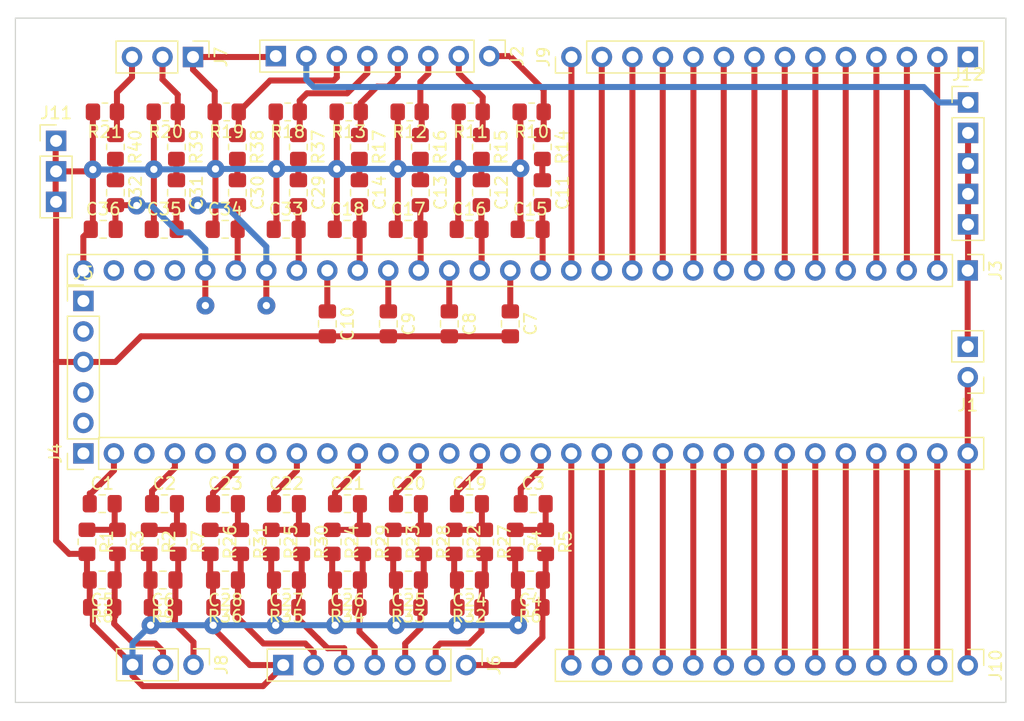
<source format=kicad_pcb>
(kicad_pcb (version 20211014) (generator pcbnew)
  (layers (0 "F.Cu" signal) (31 "B.Cu" signal) (34 "B.Paste" user) (35 "F.Paste" user) (36 "B.SilkS" user "B.Silkscreen") (37 "F.SilkS" user "F.Silkscreen") (38 "B.Mask" user) (39 "F.Mask" user) (44 "Edge.Cuts" user))
  (net 0 "")
  (net 1 "Net-(C3-Pad2)")
  (net 2 "VCC")
  (net 3 "GNDREF")
  (net 4 "Net-(C7-Pad1)")
  (net 5 "GNDA")
  (net 6 "/outFI_1+")
  (net 7 "Net-(C8-Pad1)")
  (net 8 "/outFO_1+")
  (net 9 "Net-(C9-Pad1)")
  (net 10 "Net-(C10-Pad1)")
  (net 11 "Net-(C11-Pad1)")
  (net 12 "/inFO_1")
  (net 13 "Net-(C12-Pad1)")
  (net 14 "/inFO_2")
  (net 15 "Net-(C13-Pad1)")
  (net 16 "/inFO_3")
  (net 17 "Net-(C1-Pad2)")
  (net 18 "Net-(C14-Pad1)")
  (net 19 "Net-(C2-Pad2)")
  (net 20 "/inFO_4")
  (net 23 "/outFI_8-")
  (net 24 "/outFI_8+")
  (net 25 "/outFI_7-")
  (net 26 "/outFI_7+")
  (net 27 "/outFI_6-")
  (net 28 "/outFI_6+")
  (net 29 "/outFI_5-")
  (net 30 "/outFI_5+")
  (net 31 "/outFI_4-")
  (net 32 "/outFI_4+")
  (net 33 "/outFI_3-")
  (net 34 "/outFI_3+")
  (net 35 "/outFI_2-")
  (net 36 "/outFI_2+")
  (net 37 "/outFI_1-")
  (net 42 "/outFO_8+")
  (net 43 "/outFO_7+")
  (net 44 "Net-(C19-Pad2)")
  (net 45 "Net-(C20-Pad2)")
  (net 46 "Net-(C21-Pad2)")
  (net 47 "Net-(C22-Pad2)")
  (net 48 "Net-(C23-Pad2)")
  (net 49 "/outFO_2+")
  (net 50 "/outFO_3+")
  (net 51 "/outFO_4+")
  (net 52 "/outFO_5+")
  (net 53 "/outFO_6+")
  (net 54 "Net-(C29-Pad1)")
  (net 55 "/inFO_5")
  (net 56 "Net-(C30-Pad1)")
  (net 57 "/inFO_6")
  (net 58 "Net-(C31-Pad1)")
  (net 59 "/inFO_7")
  (net 60 "Net-(C32-Pad1)")
  (net 61 "/inFO_8")
  (net 62 "/inFI_1")
  (net 63 "/inFI_2")
  (net 64 "/inFI_3")
  (net 65 "/inFI_4")
  (net 66 "/inFI_5")
  (net 67 "/inFI_6")
  (net 68 "/inFI_7")
  (net 69 "/inFI_8")
  (net 70 "Net-(J3-Pad2)")
  (net 71 "Net-(J3-Pad3)")
  (net 72 "Net-(J3-Pad4)")
  (net 73 "Net-(J3-Pad5)")
  (net 74 "Net-(J3-Pad6)")
  (net 75 "Net-(J3-Pad7)")
  (net 76 "Net-(J3-Pad8)")
  (net 77 "Net-(J3-Pad9)")
  (net 78 "Net-(J3-Pad10)")
  (net 79 "Net-(J3-Pad11)")
  (net 80 "Net-(J3-Pad12)")
  (net 81 "Net-(J3-Pad13)")
  (net 82 "Net-(J3-Pad14)")
  (net 83 "Net-(J10-Pad14)")
  (net 84 "Net-(J10-Pad13)")
  (net 85 "Net-(J10-Pad12)")
  (net 86 "Net-(J10-Pad11)")
  (net 87 "Net-(J10-Pad10)")
  (net 88 "Net-(J10-Pad9)")
  (net 89 "Net-(J10-Pad8)")
  (net 90 "Net-(J10-Pad7)")
  (net 91 "Net-(J10-Pad6)")
  (net 92 "Net-(J10-Pad5)")
  (net 93 "Net-(J10-Pad4)")
  (net 94 "Net-(J10-Pad3)")
  (net 95 "Net-(J10-Pad2)")
  (net 96 "/VEx")
  (net 97 "unconnected-(J3-Pad29)")
  (footprint "Capacitor_SMD:C_0805_2012Metric_Pad1.18x1.45mm_HandSolder" (layer "F.Cu") (at 75.554 74.592)
    (fp_text reference "C33")
    (fp_text value "2700pf")
  )
  (footprint "Capacitor_SMD:C_0805_2012Metric_Pad1.18x1.45mm_HandSolder" (layer "F.Cu") (at 89.143 82.466 -90)
    (fp_text reference "C8")
    (fp_text value "4.7u")
  )
  (footprint "Resistor_SMD:R_0805_2012Metric_Pad1.20x1.40mm_HandSolder" (layer "F.Cu") (at 80.761 64.813 180)
    (fp_text reference "R13")
    (fp_text value "100k")
  )
  (footprint "Resistor_SMD:R_0805_2012Metric_Pad1.20x1.40mm_HandSolder" (layer "F.Cu") (at 70.601 64.813 180)
    (fp_text reference "R19")
    (fp_text value "100k")
  )
  (footprint "Capacitor_SMD:C_0805_2012Metric_Pad1.18x1.45mm_HandSolder" (layer "F.Cu") (at 96.89 71.544 -90)
    (fp_text reference "C11")
    (fp_text value "10u")
  )
  (footprint "Connector_PinHeader_2.54mm:PinHeader_1x02_P2.54mm_Vertical" (layer "F.Cu") (at 132.323 86.911 180)
    (fp_text reference "J1")
    (fp_text value "Conn_01x02")
  )
  (footprint "Resistor_SMD:R_0805_2012Metric_Pad1.20x1.40mm_HandSolder" (layer "F.Cu") (at 74.3055 100.627 -90)
    (fp_text reference "R25")
    (fp_text value "10k")
  )
  (footprint "Capacitor_SMD:C_0805_2012Metric_Pad1.18x1.45mm_HandSolder" (layer "F.Cu") (at 80.634 74.592)
    (fp_text reference "C18")
    (fp_text value "2700pf")
  )
  (footprint "Connector_PinHeader_2.54mm:PinHeader_1x30_P2.54mm_Vertical" (layer "F.Cu") (at 132.318 78.021 -90)
    (fp_text reference "J3")
    (fp_text value "Conn_01x30")
  )
  (footprint "Resistor_SMD:R_0805_2012Metric_Pad1.20x1.40mm_HandSolder" (layer "F.Cu") (at 91.81 67.734 -90)
    (fp_text reference "R15")
    (fp_text value "150")
  )
  (footprint "Resistor_SMD:R_0805_2012Metric_Pad1.20x1.40mm_HandSolder" (layer "F.Cu") (at 96.89 67.734 -90)
    (fp_text reference "R14")
    (fp_text value "150")
  )
  (footprint "Resistor_SMD:R_0805_2012Metric_Pad1.20x1.40mm_HandSolder" (layer "F.Cu") (at 75.681 64.813 180)
    (fp_text reference "R18")
    (fp_text value "100k")
  )
  (footprint "Connector_PinHeader_2.54mm:PinHeader_1x14_P2.54mm_Vertical" (layer "F.Cu") (at 132.323 110.914 -90)
    (fp_text reference "J10")
    (fp_text value "Conn_01x14")
  )
  (footprint "Capacitor_SMD:C_0805_2012Metric_Pad1.18x1.45mm_HandSolder" (layer "F.Cu") (at 95.874 74.592)
    (fp_text reference "C15")
    (fp_text value "2700pf")
  )
  (footprint "Resistor_SMD:R_0805_2012Metric_Pad1.20x1.40mm_HandSolder" (layer "F.Cu") (at 95.8955 106.088 180)
    (fp_text reference "R6")
    (fp_text value "R")
  )
  (footprint "Resistor_SMD:R_0805_2012Metric_Pad1.20x1.40mm_HandSolder" (layer "F.Cu") (at 66.41 67.734 -90)
    (fp_text reference "R39")
    (fp_text value "150")
  )
  (footprint "Capacitor_SMD:C_0805_2012Metric_Pad1.18x1.45mm_HandSolder" (layer "F.Cu") (at 86.73 71.544 -90)
    (fp_text reference "C13")
    (fp_text value "10u")
  )
  (footprint "Resistor_SMD:R_0805_2012Metric_Pad1.20x1.40mm_HandSolder" (layer "F.Cu") (at 65.2885 106.088 180)
    (fp_text reference "R9")
    (fp_text value "R")
  )
  (footprint "Resistor_SMD:R_0805_2012Metric_Pad1.20x1.40mm_HandSolder" (layer "F.Cu") (at 81.9255 100.627 -90)
    (fp_text reference "R29")
    (fp_text value "560")
  )
  (footprint "Resistor_SMD:R_0805_2012Metric_Pad1.20x1.40mm_HandSolder" (layer "F.Cu") (at 97.1655 100.627 -90)
    (fp_text reference "R5")
    (fp_text value "560")
  )
  (footprint "Resistor_SMD:R_0805_2012Metric_Pad1.20x1.40mm_HandSolder" (layer "F.Cu") (at 90.921 64.813 180)
    (fp_text reference "R11")
    (fp_text value "100k")
  )
  (footprint "Capacitor_SMD:C_0805_2012Metric_Pad1.18x1.45mm_HandSolder" (layer "F.Cu") (at 80.6555 103.802 180)
    (fp_text reference "C26")
    (fp_text value "CAP")
  )
  (footprint "Capacitor_SMD:C_0805_2012Metric_Pad1.18x1.45mm_HandSolder" (layer "F.Cu") (at 65.2885 103.802 180)
    (fp_text reference "C6")
    (fp_text value "CAP")
  )
  (footprint "Resistor_SMD:R_0805_2012Metric_Pad1.20x1.40mm_HandSolder" (layer "F.Cu") (at 76.57 67.734 -90)
    (fp_text reference "R37")
    (fp_text value "150")
  )
  (footprint "Capacitor_SMD:C_0805_2012Metric_Pad1.18x1.45mm_HandSolder" (layer "F.Cu") (at 65.4155 97.452)
    (fp_text reference "C2")
    (fp_text value "3.3u")
  )
  (footprint "Connector_PinHeader_2.54mm:PinHeader_1x03_P2.54mm_Vertical" (layer "F.Cu") (at 67.8324 110.8632 -90)
    (fp_text reference "J8")
    (fp_text value "Conn_01x03")
  )
  (footprint "Connector_PinHeader_2.54mm:PinHeader_1x14_P2.54mm_Vertical" (layer "F.Cu") (at 99.313 60.241 90)
    (fp_text reference "J9")
    (fp_text value "Conn_01x14")
  )
  (footprint "Capacitor_SMD:C_0805_2012Metric_Pad1.18x1.45mm_HandSolder" (layer "F.Cu") (at 94.223 82.466 -90)
    (fp_text reference "C7")
    (fp_text value "4.7u")
  )
  (footprint "Resistor_SMD:R_0805_2012Metric_Pad1.20x1.40mm_HandSolder" (layer "F.Cu") (at 71.49 67.734 -90)
    (fp_text reference "R38")
    (fp_text value "150")
  )
  (footprint "Capacitor_SMD:C_0805_2012Metric_Pad1.18x1.45mm_HandSolder" (layer "F.Cu") (at 80.6555 97.452)
    (fp_text reference "C21")
    (fp_text value "3.3u")
  )
  (footprint "Capacitor_SMD:C_0805_2012Metric_Pad1.18x1.45mm_HandSolder" (layer "F.Cu") (at 85.714 74.592)
    (fp_text reference "C17")
    (fp_text value "2700pf")
  )
  (footprint "Capacitor_SMD:C_0805_2012Metric_Pad1.18x1.45mm_HandSolder" (layer "F.Cu") (at 91.81 71.544 -90)
    (fp_text reference "C12")
    (fp_text value "10u")
  )
  (footprint "Resistor_SMD:R_0805_2012Metric_Pad1.20x1.40mm_HandSolder" (layer "F.Cu") (at 76.8455 100.627 -90)
    (fp_text reference "R30")
    (fp_text value "560")
  )
  (footprint "Capacitor_SMD:C_0805_2012Metric_Pad1.18x1.45mm_HandSolder" (layer "F.Cu") (at 84.063 82.466 -90)
    (fp_text reference "C9")
    (fp_text value "4.7u")
  )
  (footprint "Resistor_SMD:R_0805_2012Metric_Pad1.20x1.40mm_HandSolder" (layer "F.Cu") (at 70.4955 106.088 180)
    (fp_text reference "R36")
    (fp_text value "R")
  )
  (footprint "Resistor_SMD:R_0805_2012Metric_Pad1.20x1.40mm_HandSolder" (layer "F.Cu") (at 94.6255 100.627 -90)
    (fp_text reference "R4")
    (fp_text value "10k")
  )
  (footprint "Capacitor_SMD:C_0805_2012Metric_Pad1.18x1.45mm_HandSolder" (layer "F.Cu") (at 90.8155 97.452)
    (fp_text reference "C19")
    (fp_text value "3.3u")
  )
  (footprint "Capacitor_SMD:C_0805_2012Metric_Pad1.18x1.45mm_HandSolder" (layer "F.Cu") (at 70.4955 103.802 180)
    (fp_text reference "C28")
    (fp_text value "CAP")
  )
  (footprint "Resistor_SMD:R_0805_2012Metric_Pad1.20x1.40mm_HandSolder" (layer "F.Cu") (at 60.457 64.813 180)
    (fp_text reference "R21")
    (fp_text value "100k")
  )
  (footprint "Capacitor_SMD:C_0805_2012Metric_Pad1.18x1.45mm_HandSolder" (layer "F.Cu") (at 61.33 71.544 -90)
    (fp_text reference "C32")
    (fp_text value "10u")
  )
  (footprint "Capacitor_SMD:C_0805_2012Metric_Pad1.18x1.45mm_HandSolder" (layer "F.Cu") (at 85.7355 103.802 180)
    (fp_text reference "C25")
    (fp_text value "CAP")
  )
  (footprint "Resistor_SMD:R_0805_2012Metric_Pad1.20x1.40mm_HandSolder" (layer "F.Cu") (at 87.0055 100.627 -90)
    (fp_text reference "R28")
    (fp_text value "560")
  )
  (footprint "Capacitor_SMD:C_0805_2012Metric_Pad1.18x1.45mm_HandSolder" (layer "F.Cu") (at 71.49 71.544 -90)
    (fp_text reference "C30")
    (fp_text value "10u")
  )
  (footprint "Capacitor_SMD:C_0805_2012Metric_Pad1.18x1.45mm_HandSolder" (layer "F.Cu") (at 90.8155 103.802 180)
    (fp_text reference "C24")
    (fp_text value "CAP")
  )
  (footprint "Connector_PinHeader_2.54mm:PinHeader_1x07_P2.54mm_Vertical" (layer "F.Cu") (at 90.545 110.888 -90)
    (fp_text reference "J6")
    (fp_text value "Conn_01x07")
  )
  (footprint "Connector_PinHeader_2.54mm:PinHeader_1x03_P2.54mm_Vertical" (layer "F.Cu") (at 67.792 60.241 -90)
    (fp_text reference "J7")
    (fp_text value "Conn_01x03")
  )
  (footprint "Connector_PinHeader_2.54mm:PinHeader_1x05_P2.54mm_Vertical" (layer "F.Cu") (at 132.3484 64.0256)
    (fp_text reference "J12")
    (fp_text value "Conn_01x05")
  )
  (footprint "Capacitor_SMD:C_0805_2012Metric_Pad1.18x1.45mm_HandSolder" (layer "F.Cu") (at 60.2284 97.4465)
    (fp_text reference "C1")
    (fp_text value "3.3u")
  )
  (footprint "Resistor_SMD:R_0805_2012Metric_Pad1.20x1.40mm_HandSolder" (layer "F.Cu") (at 85.7355 106.088 180)
    (fp_text reference "R33")
    (fp_text value "R")
  )
  (footprint "Capacitor_SMD:C_0805_2012Metric_Pad1.18x1.45mm_HandSolder" (layer "F.Cu") (at 76.57 71.544 -90)
    (fp_text reference "C29")
    (fp_text value "10u")
  )
  (footprint "Resistor_SMD:R_0805_2012Metric_Pad1.20x1.40mm_HandSolder" (layer "F.Cu") (at 64.1455 100.627 -90)
    (fp_text reference "R2")
    (fp_text value "10k")
  )
  (footprint "Resistor_SMD:R_0805_2012Metric_Pad1.20x1.40mm_HandSolder" (layer "F.Cu") (at 86.73 67.734 -90)
    (fp_text reference "R16")
    (fp_text value "150")
  )
  (footprint "Resistor_SMD:R_0805_2012Metric_Pad1.20x1.40mm_HandSolder" (layer "F.Cu") (at 61.33 67.734 -90)
    (fp_text reference "R40")
    (fp_text value "150")
  )
  (footprint "Capacitor_SMD:C_0805_2012Metric_Pad1.18x1.45mm_HandSolder" (layer "F.Cu") (at 60.314 74.592)
    (fp_text reference "C36")
    (fp_text value "2700pf")
  )
  (footprint "Resistor_SMD:R_0805_2012Metric_Pad1.20x1.40mm_HandSolder" (layer "F.Cu") (at 85.841 64.813 180)
    (fp_text reference "R12")
    (fp_text value "100k")
  )
  (footprint "Capacitor_SMD:C_0805_2012Metric_Pad1.18x1.45mm_HandSolder" (layer "F.Cu") (at 70.4955 97.452)
    (fp_text reference "C23")
    (fp_text value "3.3u")
  )
  (footprint "Resistor_SMD:R_0805_2012Metric_Pad1.20x1.40mm_HandSolder" (layer "F.Cu") (at 92.0855 100.627 -90)
    (fp_text reference "R27")
    (fp_text value "560")
  )
  (footprint "Capacitor_SMD:C_0805_2012Metric_Pad1.18x1.45mm_HandSolder" (layer "F.Cu") (at 70.474 74.592)
    (fp_text reference "C34")
    (fp_text value "2700pf")
  )
  (footprint "Resistor_SMD:R_0805_2012Metric_Pad1.20x1.40mm_HandSolder" (layer "F.Cu") (at 80.6555 106.088 180)
    (fp_text reference "R34")
    (fp_text value "R")
  )
  (footprint "Capacitor_SMD:C_0805_2012Metric_Pad1.18x1.45mm_HandSolder" (layer "F.Cu") (at 85.7355 97.452)
    (fp_text reference "C20")
    (fp_text value "3.3u")
  )
  (footprint "Resistor_SMD:R_0805_2012Metric_Pad1.20x1.40mm_HandSolder" (layer "F.Cu") (at 84.4655 100.627 -90)
    (fp_text reference "R23")
    (fp_text value "10k")
  )
  (footprint "Capacitor_SMD:C_0805_2012Metric_Pad1.18x1.45mm_HandSolder" (layer "F.Cu") (at 95.8955 103.802 180)
    (fp_text reference "C4")
    (fp_text value "CAP")
  )
  (footprint "Connector_PinHeader_2.54mm:PinHeader_1x03_P2.54mm_Vertical" (layer "F.Cu") (at 56.388 67.226)
    (fp_text reference "J11")
    (fp_text value "Conn_01x03")
  )
  (footprint "Resistor_SMD:R_0805_2012Metric_Pad1.20x1.40mm_HandSolder" (layer "F.Cu") (at 79.3855 100.627 -90)
    (fp_text reference "R24")
    (fp_text value "10k")
  )
  (footprint "Capacitor_SMD:C_0805_2012Metric_Pad1.18x1.45mm_HandSolder" (layer "F.Cu") (at 90.794 74.592)
    (fp_text reference "C16")
    (fp_text value "2700pf")
  )
  (footprint "Capacitor_SMD:C_0805_2012Metric_Pad1.18x1.45mm_HandSolder" (layer "F.Cu") (at 66.41 71.544 -90)
    (fp_text reference "C31")
    (fp_text value "10u")
  )
  (footprint "Connector_PinHeader_2.54mm:PinHeader_1x05_P2.54mm_Vertical" (layer "F.Cu") (at 58.663 80.561)
    (fp_text reference "J5")
    (fp_text value "Conn_01x05")
  )
  (footprint "Resistor_SMD:R_0805_2012Metric_Pad1.20x1.40mm_HandSolder" (layer "F.Cu") (at 71.7655 100.627 -90)
    (fp_text reference "R31")
    (fp_text value "560")
  )
  (footprint "Resistor_SMD:R_0805_2012Metric_Pad1.20x1.40mm_HandSolder" (layer "F.Cu") (at 90.8155 106.088 180)
    (fp_text reference "R32")
    (fp_text value "R")
  )
  (footprint "Capacitor_SMD:C_0805_2012Metric_Pad1.18x1.45mm_HandSolder" (layer "F.Cu") (at 65.394 74.592)
    (fp_text reference "C35")
    (fp_text value "2700pf")
  )
  (footprint "Capacitor_SMD:C_0805_2012Metric_Pad1.18x1.45mm_HandSolder" (layer "F.Cu") (at 60.2284 103.7965 180)
    (fp_text reference "C5")
    (fp_text value "CAP")
  )
  (footprint "Resistor_SMD:R_0805_2012Metric_Pad1.20x1.40mm_HandSolder" (layer "F.Cu") (at 89.5455 100.627 -90)
    (fp_text reference "R22")
    (fp_text value "10k")
  )
  (footprint "Capacitor_SMD:C_0805_2012Metric_Pad1.18x1.45mm_HandSolder" (layer "F.Cu") (at 78.983 82.466 -90)
    (fp_text reference "C10")
    (fp_text value "4.7u")
  )
  (footprint "Capacitor_SMD:C_0805_2012Metric_Pad1.18x1.45mm_HandSolder" (layer "F.Cu") (at 96.128 97.452)
    (fp_text reference "C3")
    (fp_text value "3.3u")
  )
  (footprint "Capacitor_SMD:C_0805_2012Metric_Pad1.18x1.45mm_HandSolder" (layer "F.Cu") (at 75.5755 103.802 180)
    (fp_text reference "C27")
    (fp_text value "CAP")
  )
  (footprint "Connector_PinHeader_2.54mm:PinHeader_1x08_P2.54mm_Vertical" (layer "F.Cu") (at 92.4704 60.1648 -90)
    (fp_text reference "J2")
    (fp_text value "Conn_01x08")
  )
  (footprint "Resistor_SMD:R_0805_2012Metric_Pad1.20x1.40mm_HandSolder" (layer "F.Cu") (at 96.001 64.813 180)
    (fp_text reference "R10")
    (fp_text value "100k")
  )
  (footprint "Resistor_SMD:R_0805_2012Metric_Pad1.20x1.40mm_HandSolder" (layer "F.Cu") (at 81.65 67.734 -90)
    (fp_text reference "R17")
    (fp_text value "150")
  )
  (footprint "Resistor_SMD:R_0805_2012Metric_Pad1.20x1.40mm_HandSolder" (layer "F.Cu") (at 61.4984 100.6215 -90)
    (fp_text reference "R3")
    (fp_text value "560")
  )
  (footprint "Resistor_SMD:R_0805_2012Metric_Pad1.20x1.40mm_HandSolder" (layer "F.Cu") (at 58.9584 100.6215 -90)
    (fp_text reference "R1")
    (fp_text value "10k")
  )
  (footprint "Resistor_SMD:R_0805_2012Metric_Pad1.20x1.40mm_HandSolder" (layer "F.Cu") (at 65.521 64.813 180)
    (fp_text reference "R20")
    (fp_text value "100k")
  )
  (footprint "Resistor_SMD:R_0805_2012Metric_Pad1.20x1.40mm_HandSolder" (layer "F.Cu") (at 75.5755 106.088 180)
    (fp_text reference "R35")
    (fp_text value "R")
  )
  (footprint "Capacitor_SMD:C_0805_2012Metric_Pad1.18x1.45mm_HandSolder" (layer "F.Cu") (at 81.65 71.544 -90)
    (fp_text reference "C14")
    (fp_text value "10u")
  )
  (footprint "Capacitor_SMD:C_0805_2012Metric_Pad1.18x1.45mm_HandSolder" (layer "F.Cu") (at 75.5755 97.452)
    (fp_text reference "C22")
    (fp_text value "3.3u")
  )
  (footprint "Resistor_SMD:R_0805_2012Metric_Pad1.20x1.40mm_HandSolder" (layer "F.Cu") (at 69.2255 100.627 -90)
    (fp_text reference "R26")
    (fp_text value "10k")
  )
  (footprint "Resistor_SMD:R_0805_2012Metric_Pad1.20x1.40mm_HandSolder" (layer "F.Cu") (at 66.5585 100.627 -90)
    (fp_text reference "R7")
    (fp_text value "560")
  )
  (footprint "Connector_PinHeader_2.54mm:PinHeader_1x30_P2.54mm_Vertical" (layer "F.Cu") (at 58.663 93.261 90)
    (fp_text reference "J4")
    (fp_text value "Conn_01x30")
  )
  (footprint "Resistor_SMD:R_0805_2012Metric_Pad1.20x1.40mm_HandSolder" (layer "F.Cu") (at 60.2284 106.0825 180)
    (fp_text reference "R8")
    (fp_text value "R")
  )
  (gr_line (start 53 57) (end 135.5 57) (layer "Edge.Cuts") (width 0.1))
  (gr_line (start 135.5 114) (end 53 114) (layer "Edge.Cuts") (width 0.1))
  (gr_line (start 53 114) (end 53 57) (layer "Edge.Cuts") (width 0.1))
  (gr_line (start 135.5 57) (end 135.5 114) (layer "Edge.Cuts") (width 0.1))
  (segment (start 97.1655 99.627) (end 94.6255 99.627) (width 0.5) (layer "F.Cu") (net 1))
  (segment (start 97.1655 97.452) (end 97.1655 99.627) (width 0.5) (layer "F.Cu") (net 1))
  (segment (start 132.323 93.261) (end 132.323 110.914) (width 0.5) (layer "F.Cu") (net 2))
  (segment (start 132.323 86.911) (end 132.323 93.261) (width 0.5) (layer "F.Cu") (net 2))
  (segment (start 132.318 84.366) (end 132.323 84.371) (width 0.5) (layer "F.Cu") (net 3))
  (segment (start 132.3484 66.5656) (end 132.3484 69.1056) (width 0.5) (layer "F.Cu") (net 3))
  (segment (start 132.318 78.021) (end 132.318 84.366) (width 0.5) (layer "F.Cu") (net 3))
  (segment (start 132.3484 74.1856) (end 132.3484 77.9906) (width 0.5) (layer "F.Cu") (net 3))
  (segment (start 132.3484 77.9906) (end 132.318 78.021) (width 0.5) (layer "F.Cu") (net 3))
  (segment (start 132.3484 69.1056) (end 132.3484 71.6456) (width 0.5) (layer "F.Cu") (net 3))
  (segment (start 132.3484 71.6456) (end 132.3484 74.1856) (width 0.5) (layer "F.Cu") (net 3))
  (segment (start 94.218 81.4235) (end 94.223 81.4285) (width 0.5) (layer "F.Cu") (net 4))
  (segment (start 94.218 78.021) (end 94.218 81.4235) (width 0.5) (layer "F.Cu") (net 4))
  (segment (start 64.1455 101.627) (end 64.1455 103.6965) (width 0.5) (layer "F.Cu") (net 5))
  (segment (start 59.0655 101.627) (end 57.4786 101.627) (width 0.5) (layer "F.Cu") (net 5))
  (segment (start 74.3055 103.5695) (end 74.538 103.802) (width 0.5) (layer "F.Cu") (net 5))
  (segment (start 67.792 60.241) (end 67.792 61.2928) (width 0.5) (layer "F.Cu") (net 5))
  (segment (start 74.3055 101.627) (end 74.3055 103.5695) (width 0.5) (layer "F.Cu") (net 5))
  (segment (start 64.251 106.0505) (end 64.2885 106.088) (width 0.5) (layer "F.Cu") (net 5))
  (segment (start 89.8796 64.8544) (end 89.921 64.813) (width 0.5) (layer "F.Cu") (net 5))
  (segment (start 57.4786 101.627) (end 56.388 100.5364) (width 0.5) (layer "F.Cu") (net 5))
  (segment (start 89.8796 74.4689) (end 89.7565 74.592) (width 0.5) (layer "F.Cu") (net 5))
  (segment (start 94.6255 103.5695) (end 94.858 103.802) (width 0.5) (layer "F.Cu") (net 5))
  (segment (start 62.7524 110.8632) (end 59.4504 107.5612) (width 0.5) (layer "F.Cu") (net 5))
  (segment (start 56.3516 67.226) (end 56.3516 69.766) (width 0.5) (layer "F.Cu") (net 5))
  (segment (start 56.3516 72.306) (end 56.3516 69.766) (width 0.5) (layer "F.Cu") (net 5))
  (segment (start 58.658 78.021) (end 58.658 75.2105) (width 0.5) (layer "F.Cu") (net 5))
  (segment (start 75.305 110.888) (end 72.5308 110.888) (width 0.5) (layer "F.Cu") (net 5))
  (segment (start 79.618 106.0505) (end 79.6555 106.088) (width 0.5) (layer "F.Cu") (net 5))
  (segment (start 69.458 107.8152) (end 69.458 107.177) (width 0.5) (layer "F.Cu") (net 5))
  (segment (start 79.618 103.802) (end 79.618 106.0505) (width 0.5) (layer "F.Cu") (net 5))
  (segment (start 74.7412 64.8732) (end 74.681 64.813) (width 0.5) (layer "F.Cu") (net 5))
  (segment (start 84.709 107.569) (end 84.709 106.1145) (width 0.5) (layer "F.Cu") (net 5))
  (segment (start 67.792 60.241) (end 74.6142 60.241) (width 0.5) (layer "F.Cu") (net 5))
  (segment (start 84.8504 64.8224) (end 84.841 64.813) (width 0.5) (layer "F.Cu") (net 5))
  (segment (start 69.458 106.0505) (end 69.4955 106.088) (width 0.5) (layer "F.Cu") (net 5))
  (segment (start 56.431 85.641) (end 56.388 85.598) (width 0.5) (layer "F.Cu") (net 5))
  (segment (start 72.5308 110.888) (end 69.458 107.8152) (width 0.5) (layer "F.Cu") (net 5))
  (segment (start 69.2255 101.627) (end 69.2255 103.5695) (width 0.5) (layer "F.Cu") (net 5))
  (segment (start 63.4675 83.5035) (end 61.33 85.641) (width 0.5) (layer "F.Cu") (net 5))
  (segment (start 64.251 103.802) (end 64.251 106.0505) (width 0.5) (layer "F.Cu") (net 5))
  (segment (start 94.869 107.569) (end 94.869 106.1145) (width 0.5) (layer "F.Cu") (net 5))
  (segment (start 59.4504 69.6136) (end 59.4504 64.8196) (width 0.5) (layer "F.Cu") (net 5))
  (segment (start 67.792 61.2928) (end 69.601 63.1018) (width 0.5) (layer "F.Cu") (net 5))
  (segment (start 59.1909 103.7965) (end 59.1909 106.045) (width 0.5) (layer "F.Cu") (net 5))
  (segment (start 74.676 107.569) (end 74.676 106.1885) (width 0.5) (layer "F.Cu") (net 5))
  (segment (start 79.7704 69.5628) (end 79.7704 64.8224) (width 0.5) (layer "F.Cu") (net 5))
  (segment (start 84.8504 69.5628) (end 84.8504 64.8224) (width 0.5) (layer "F.Cu") (net 5))
  (segment (start 69.458 107.177) (end 69.458 106.1255) (width 0.5) (layer "F.Cu") (net 5))
  (segment (start 59.3433 106.1974) (end 59.2284 106.0825) (width 0.5) (layer "F.Cu") (net 5))
  (segment (start 79.3855 103.5695) (end 79.618 103.802) (width 0.5) (layer "F.Cu") (net 5))
  (segment (start 84.8504 69.5628) (end 84.8504 74.4181) (width 0.5) (layer "F.Cu") (net 5))
  (segment (start 59.298 69.766) (end 59.4504 69.6136) (width 0.5) (layer "F.Cu") (net 5))
  (segment (start 79.7704 74.4181) (end 79.5965 74.592) (width 0.5) (layer "F.Cu") (net 5))
  (segment (start 95.0612 69.512) (end 95.0612 64.8732) (width 0.5) (layer "F.Cu") (net 5))
  (segment (start 74.676 106.1885) (end 74.5755 106.088) (width 0.5) (layer "F.Cu") (net 5))
  (segment (start 64.1455 103.6965) (end 64.251 103.802) (width 0.5) (layer "F.Cu") (net 5))
  (segment (start 95.0612 74.3673) (end 94.8365 74.592) (width 0.5) (layer "F.Cu") (net 5))
  (segment (start 74.538 106.0505) (end 74.5755 106.088) (width 0.5) (layer "F.Cu") (net 5))
  (segment (start 58.9584 103.564) (end 59.1909 103.7965) (width 0.5) (layer "F.Cu") (net 5))
  (segment (start 89.8796 69.559797) (end 89.8796 64.8544) (width 0.5) (layer "F.Cu") (net 5))
  (segment (start 69.6612 64.8732) (end 69.601 64.813) (width 0.5) (layer "F.Cu") (net 5))
  (segment (start 89.143 83.5035) (end 84.063 83.5035) (width 0.5) (layer "F.Cu") (net 5))
  (segment (start 94.858 106.0505) (end 94.8955 106.088) (width 0.5) (layer "F.Cu") (net 5))
  (segment (start 56.388 69.766) (end 59.298 69.766) (width 0.5) (layer "F.Cu") (net 5))
  (segment (start 58.658 75.2105) (end 59.2765 74.592) (width 0.5) (layer "F.Cu") (net 5))
  (segment (start 79.629 107.569) (end 79.629 106.1145) (width 0.5) (layer "F.Cu") (net 5))
  (segment (start 84.8504 74.4181) (end 84.6765 74.592) (width 0.5) (layer "F.Cu") (net 5))
  (segment (start 84.709 106.1145) (end 84.7355 106.088) (width 0.5) (layer "F.Cu") (net 5))
  (segment (start 59.4504 64.8196) (end 59.457 64.813) (width 0.5) (layer "F.Cu") (net 5))
  (segment (start 95.0612 64.8732) (end 95.001 64.813) (width 0.5) (layer "F.Cu") (net 5))
  (segment (start 89.778 106.0505) (end 89.8155 106.088) (width 0.5) (layer "F.Cu") (net 5))
  (segment (start 94.8447 106.1388) (end 94.8955 106.088) (width 0.5) (layer "F.Cu") (net 5))
  (segment (start 89.789 106.1145) (end 89.8155 106.088) (width 0.5) (layer "F.Cu") (net 5))
  (segment (start 89.778 103.802) (end 89.778 106.0505) (width 0.5) (layer "F.Cu") (net 5))
  (segment (start 64.5304 69.59748) (end 64.5304 74.4181) (width 0.5) (layer "F.Cu") (net 5))
  (segment (start 59.4504 107.5612) (end 59.4504 106.2029) (width 0.5) (layer "F.Cu") (net 5))
  (segment (start 79.629 106.1145) (end 79.6555 106.088) (width 0.5) (layer "F.Cu") (net 5))
  (segment (start 89.5455 103.5695) (end 89.778 103.802) (width 0.5) (layer "F.Cu") (net 5))
  (segment (start 74.538 103.802) (end 74.538 106.0505) (width 0.5) (layer "F.Cu") (net 5))
  (segment (start 69.458 106.1255) (end 69.4955 106.088) (width 0.5) (layer "F.Cu") (net 5))
  (segment (start 79.3855 101.627) (end 79.3855 103.5695) (width 0.5) (layer "F.Cu") (net 5))
  (segment (start 69.4447 106.1388) (end 69.4955 106.088) (width 0.5) (layer "F.Cu") (net 5))
  (segment (start 64.5304 64.8224) (end 64.521 64.813) (width 0.5) (layer "F.Cu") (net 5))
  (segment (start 74.7412 74.3673) (end 74.5165 74.592) (width 0.5) (layer "F.Cu") (net 5))
  (segment (start 94.6255 101.627) (end 94.6255 103.5695) (width 0.5) (layer "F.Cu") (net 5))
  (segment (start 69.6612 74.3673) (end 69.4365 74.592) (width 0.5) (layer "F.Cu") (net 5))
  (segment (start 79.7704 69.5628) (end 79.7704 74.4181) (width 0.5) (layer "F.Cu") (net 5))
  (segment (start 73.6236 112.6412) (end 75.305 110.9598) (width 0.5) (layer "F.Cu") (net 5))
  (segment (start 64.262 106.1145) (end 64.2885 106.088) (width 0.5) (layer "F.Cu") (net 5))
  (segment (start 56.388 100.5364) (end 56.388 85.598) (width 0.5) (layer "F.Cu") (net 5))
  (segment (start 84.698 103.802) (end 84.698 106.0505) (width 0.5) (layer "F.Cu") (net 5))
  (segment (start 58.663 85.641) (end 56.431 85.641) (width 0.5) (layer "F.Cu") (net 5))
  (segment (start 78.983 83.5035) (end 63.4675 83.5035) (width 0.5) (layer "F.Cu") (net 5))
  (segment (start 61.33 85.641) (end 58.663 85.641) (width 0.5) (layer "F.Cu") (net 5))
  (segment (start 74.7412 69.5628) (end 74.7412 64.8732) (width 0.5) (layer "F.Cu") (net 5))
  (segment (start 62.7524 110.8632) (end 62.7524 111.7776) (width 0.5) (layer "F.Cu") (net 5))
  (segment (start 89.8796 69.559797) (end 89.8796 74.4689) (width 0.5) (layer "F.Cu") (net 5))
  (segment (start 89.789 107.569) (end 89.789 106.1145) (width 0.5) (layer "F.Cu") (net 5))
  (segment (start 59.1909 106.045) (end 59.2284 106.0825) (width 0.5) (layer "F.Cu") (net 5))
  (segment (start 74.7412 69.5628) (end 74.7412 74.3673) (width 0.5) (layer "F.Cu") (net 5))
  (segment (start 75.305 110.9598) (end 75.305 110.888) (width 0.5) (layer "F.Cu") (net 5))
  (segment (start 69.601 63.1018) (end 69.601 64.813) (width 0.5) (layer "F.Cu") (net 5))
  (segment (start 84.4655 103.5695) (end 84.698 103.802) (width 0.5) (layer "F.Cu") (net 5))
  (segment (start 59.4504 74.4181) (end 59.2765 74.592) (width 0.5) (layer "F.Cu") (net 5))
  (segment (start 62.7524 111.7776) (end 63.616 112.6412) (width 0.5) (layer "F.Cu") (net 5))
  (segment (start 74.6142 60.241) (end 74.6904 60.1648) (width 0.5) (layer "F.Cu") (net 5))
  (segment (start 94.869 106.1145) (end 94.8955 106.088) (width 0.5) (layer "F.Cu") (net 5))
  (segment (start 94.223 83.5035) (end 89.143 83.5035) (width 0.5) (layer "F.Cu") (net 5))
  (segment (start 69.458 103.802) (end 69.458 106.0505) (width 0.5) (layer "F.Cu") (net 5))
  (segment (start 79.7704 64.8224) (end 79.761 64.813) (width 0.5) (layer "F.Cu") (net 5))
  (segment (start 89.5455 101.627) (end 89.5455 103.5695) (width 0.5) (layer "F.Cu") (net 5))
  (segment (start 84.063 83.5035) (end 78.983 83.5035) (width 0.5) (layer "F.Cu") (net 5))
  (segment (start 63.616 112.6412) (end 73.6236 112.6412) (width 0.5) (layer "F.Cu") (net 5))
  (segment (start 69.6612 69.5628) (end 69.6612 74.3673) (width 0.5) (layer "F.Cu") (net 5))
  (segment (start 84.698 106.0505) (end 84.7355 106.088) (width 0.5) (layer "F.Cu") (net 5))
  (segment (start 69.2255 103.5695) (end 69.458 103.802) (width 0.5) (layer "F.Cu") (net 5))
  (segment (start 64.5304 74.4181) (end 64.3565 74.592) (width 0.5) (layer "F.Cu") (net 5))
  (segment (start 84.4655 101.627) (end 84.4655 103.5695) (width 0.5) (layer "F.Cu") (net 5))
  (segment (start 64.5304 69.59748) (end 64.5304 64.8224) (width 0.5) (layer "F.Cu") (net 5))
  (segment (start 69.6612 69.5628) (end 69.6612 64.8732) (width 0.5) (layer "F.Cu") (net 5))
  (segment (start 64.262 107.569) (end 64.262 106.1145) (width 0.5) (layer "F.Cu") (net 5))
  (segment (start 69.85 107.569) (end 69.458 107.177) (width 0.5) (layer "F.Cu") (net 5))
  (segment (start 94.858 103.802) (end 94.858 106.0505) (width 0.5) (layer "F.Cu") (net 5))
  (segment (start 58.9584 101.6215) (end 58.9584 103.564) (width 0.5) (layer "F.Cu") (net 5))
  (segment (start 59.4504 69.6136) (end 59.4504 74.4181) (width 0.5) (layer "F.Cu") (net 5))
  (segment (start 56.388 85.598) (end 56.388 72.306) (width 0.5) (layer "F.Cu") (net 5))
  (segment (start 95.0612 69.512) (end 95.0612 74.3673) (width 0.5) (layer "F.Cu") (net 5))
  (via (at 69.469 107.569) (size 1.5) (drill 0.6) (layers "F.Cu" "B.Cu") (net 5))
  (via (at 84.8504 69.5628) (size 1.5) (drill 0.6) (layers "F.Cu" "B.Cu") (net 5))
  (via (at 89.789 107.569) (size 1.5) (drill 0.6) (layers "F.Cu" "B.Cu") (net 5))
  (via (at 69.6612 69.5628) (size 1.5) (drill 0.6) (layers "F.Cu" "B.Cu") (net 5))
  (via (at 79.629 107.569) (size 1.5) (drill 0.6) (layers "F.Cu" "B.Cu") (net 5))
  (via (at 94.869 107.569) (size 1.5) (drill 0.6) (layers "F.Cu" "B.Cu") (net 5))
  (via (at 84.709 107.569) (size 1.5) (drill 0.6) (layers "F.Cu" "B.Cu") (net 5))
  (via (at 64.262 107.569) (size 1.5) (drill 0.6) (layers "F.Cu" "B.Cu") (net 5))
  (via (at 74.7412 69.5628) (size 1.5) (drill 0.6) (layers "F.Cu" "B.Cu") (net 5))
  (via (at 74.676 107.569) (size 1.5) (drill 0.6) (layers "F.Cu" "B.Cu") (net 5))
  (via (at 79.7704 69.5628) (size 1.5) (drill 0.6) (layers "F.Cu" "B.Cu") (net 5))
  (via (at 89.8796 69.559797) (size 1.5) (drill 0.6) (layers "F.Cu" "B.Cu") (net 5))
  (via (at 95.0612 69.512) (size 1.5) (drill 0.6) (layers "F.Cu" "B.Cu") (net 5))
  (via (at 64.5304 69.59748) (size 1.5) (drill 0.6) (layers "F.Cu" "B.Cu") (net 5))
  (via (at 59.4504 69.6136) (size 1.5) (drill 0.6) (layers "F.Cu" "B.Cu") (net 5))
  (segment (start 74.676 107.569) (end 79.629 107.569) (width 0.5) (layer "B.Cu") (net 5))
  (segment (start 89.8796 69.559797) (end 95.013403 69.559797) (width 0.5) (layer "B.Cu") (net 5))
  (segment (start 62.7524 109.0786) (end 64.262 107.569) (width 0.5) (layer "B.Cu") (net 5))
  (segment (start 64.51428 69.6136) (end 64.5304 69.59748) (width 0.5) (layer "B.Cu") (net 5))
  (segment (start 69.62652 69.59748) (end 69.6612 69.5628) (width 0.5) (layer "B.Cu") (net 5))
  (segment (start 64.5304 69.59748) (end 69.62652 69.59748) (width 0.5) (layer "B.Cu") (net 5))
  (segment (start 64.262 107.569) (end 69.469 107.569) (width 0.5) (layer "B.Cu") (net 5))
  (segment (start 74.7412 69.5628) (end 79.7704 69.5628) (width 0.5) (layer "B.Cu") (net 5))
  (segment (start 62.7524 110.8632) (end 62.7524 109.0786) (width 0.5) (layer "B.Cu") (net 5))
  (segment (start 95.013403 69.559797) (end 95.0612 69.512) (width 0.5) (layer "B.Cu") (net 5))
  (segment (start 74.676 107.569) (end 69.469 107.569) (width 0.5) (layer "B.Cu") (net 5))
  (segment (start 69.6612 69.5628) (end 74.7412 69.5628) (width 0.5) (layer "B.Cu") (net 5))
  (segment (start 89.789 107.569) (end 94.869 107.569) (width 0.5) (layer "B.Cu") (net 5))
  (segment (start 59.4504 69.6136) (end 64.51428 69.6136) (width 0.5) (layer "B.Cu") (net 5))
  (segment (start 84.709 107.569) (end 89.789 107.569) (width 0.5) (layer "B.Cu") (net 5))
  (segment (start 84.8504 69.5628) (end 89.876597 69.5628) (width 0.5) (layer "B.Cu") (net 5))
  (segment (start 79.629 107.569) (end 84.709 107.569) (width 0.5) (layer "B.Cu") (net 5))
  (segment (start 79.7704 69.5628) (end 84.8504 69.5628) (width 0.5) (layer "B.Cu") (net 5))
  (segment (start 89.876597 69.5628) (end 89.8796 69.559797) (width 0.5) (layer "B.Cu") (net 5))
  (segment (start 95.0905 96.2035) (end 95.0905 97.452) (width 0.5) (layer "F.Cu") (net 6))
  (segment (start 96.763 94.531) (end 95.0905 96.2035) (width 0.5) (layer "F.Cu") (net 6))
  (segment (start 96.763 93.261) (end 96.763 94.531) (width 0.5) (layer "F.Cu") (net 6))
  (segment (start 89.138 81.4235) (end 89.143 81.4285) (width 0.5) (layer "F.Cu") (net 7))
  (segment (start 89.138 78.021) (end 89.138 81.4235) (width 0.5) (layer "F.Cu") (net 7))
  (segment (start 96.933 106.0505) (end 96.8955 106.088) (width 0.5) (layer "F.Cu") (net 8))
  (segment (start 94.598 110.888) (end 90.545 110.888) (width 0.5) (layer "F.Cu") (net 8))
  (segment (start 96.8955 108.5905) (end 94.598 110.888) (width 0.5) (layer "F.Cu") (net 8))
  (segment (start 97.1655 101.627) (end 97.1655 103.5695) (width 0.5) (layer "F.Cu") (net 8))
  (segment (start 97.1655 103.5695) (end 96.933 103.802) (width 0.5) (layer "F.Cu") (net 8))
  (segment (start 96.933 103.802) (end 96.933 106.0505) (width 0.5) (layer "F.Cu") (net 8))
  (segment (start 96.8955 106.088) (end 96.8955 108.5905) (width 0.5) (layer "F.Cu") (net 8))
  (segment (start 84.058 78.021) (end 84.058 81.4235) (width 0.5) (layer "F.Cu") (net 9))
  (segment (start 84.058 81.4235) (end 84.063 81.4285) (width 0.5) (layer "F.Cu") (net 9))
  (segment (start 78.978 81.4235) (end 78.983 81.4285) (width 0.5) (layer "F.Cu") (net 10))
  (segment (start 78.978 78.021) (end 78.978 81.4235) (width 0.5) (layer "F.Cu") (net 10))
  (segment (start 96.89 68.734) (end 96.89 70.5065) (width 0.5) (layer "F.Cu") (net 11))
  (segment (start 96.89 72.5815) (end 96.89 74.5705) (width 0.5) (layer "F.Cu") (net 12))
  (segment (start 96.89 74.5705) (end 96.9115 74.592) (width 0.5) (layer "F.Cu") (net 12))
  (segment (start 96.9115 77.8675) (end 96.758 78.021) (width 0.5) (layer "F.Cu") (net 12))
  (segment (start 96.9115 74.592) (end 96.9115 77.8675) (width 0.5) (layer "F.Cu") (net 12))
  (segment (start 91.81 68.734) (end 91.81 70.5065) (width 0.5) (layer "F.Cu") (net 13))
  (segment (start 91.8315 77.8675) (end 91.678 78.021) (width 0.5) (layer "F.Cu") (net 14))
  (segment (start 91.81 72.5815) (end 91.81 74.5705) (width 0.5) (layer "F.Cu") (net 14))
  (segment (start 91.81 74.5705) (end 91.8315 74.592) (width 0.5) (layer "F.Cu") (net 14))
  (segment (start 91.8315 74.592) (end 91.8315 77.8675) (width 0.5) (layer "F.Cu") (net 14))
  (segment (start 86.73 68.734) (end 86.73 70.5065) (width 0.5) (layer "F.Cu") (net 15))
  (segment (start 86.73 74.5705) (end 86.7515 74.592) (width 0.5) (layer "F.Cu") (net 16))
  (segment (start 86.7515 77.8675) (end 86.598 78.021) (width 0.5) (layer "F.Cu") (net 16))
  (segment (start 86.7515 74.592) (end 86.7515 77.8675) (width 0.5) (layer "F.Cu") (net 16))
  (segment (start 86.73 72.5815) (end 86.73 74.5705) (width 0.5) (layer "F.Cu") (net 16))
  (segment (start 61.4984 99.6215) (end 58.9584 99.6215) (width 0.5) (layer "F.Cu") (net 17))
  (segment (start 61.2659 97.4465) (end 61.2659 99.389) (width 0.5) (layer "F.Cu") (net 17))
  (segment (start 61.2659 99.389) (end 61.4984 99.6215) (width 0.5) (layer "F.Cu") (net 17))
  (segment (start 81.65 68.734) (end 81.65 70.5065) (width 0.5) (layer "F.Cu") (net 18))
  (segment (start 66.453 99.5215) (end 66.5585 99.627) (width 0.5) (layer "F.Cu") (net 19))
  (segment (start 66.453 97.452) (end 66.453 99.5215) (width 0.5) (layer "F.Cu") (net 19))
  (segment (start 66.5585 99.627) (end 64.1455 99.627) (width 0.5) (layer "F.Cu") (net 19))
  (segment (start 81.6715 77.8675) (end 81.518 78.021) (width 0.5) (layer "F.Cu") (net 20))
  (segment (start 81.6715 74.592) (end 81.6715 77.8675) (width 0.5) (layer "F.Cu") (net 20))
  (segment (start 81.65 74.5705) (end 81.6715 74.592) (width 0.5) (layer "F.Cu") (net 20))
  (segment (start 81.65 72.5815) (end 81.65 74.5705) (width 0.5) (layer "F.Cu") (net 20))
  (segment (start 61.203 93.261) (end 61.203 94.6834) (width 0.5) (layer "F.Cu") (net 24))
  (segment (start 59.1909 96.5829) (end 59.1909 97.4465) (width 0.5) (layer "F.Cu") (net 24))
  (segment (start 61.203 94.6834) (end 59.298 96.5884) (width 0.5) (layer "F.Cu") (net 24))
  (segment (start 66.283 94.4802) (end 64.378 96.3852) (width 0.5) (layer "F.Cu") (net 26))
  (segment (start 66.283 93.261) (end 66.283 94.4802) (width 0.5) (layer "F.Cu") (net 26))
  (segment (start 64.378 96.3852) (end 64.378 97.452) (width 0.5) (layer "F.Cu") (net 26))
  (segment (start 71.363 94.6326) (end 69.458 96.5376) (width 0.5) (layer "F.Cu") (net 28))
  (segment (start 71.363 93.261) (end 71.363 94.6326) (width 0.5) (layer "F.Cu") (net 28))
  (segment (start 69.458 96.5376) (end 69.458 97.452) (width 0.5) (layer "F.Cu") (net 28))
  (segment (start 76.443 94.6834) (end 74.538 96.5884) (width 0.5) (layer "F.Cu") (net 30))
  (segment (start 76.443 93.261) (end 76.443 94.6834) (width 0.5) (layer "F.Cu") (net 30))
  (segment (start 74.538 96.5884) (end 74.538 97.452) (width 0.5) (layer "F.Cu") (net 30))
  (segment (start 79.618 96.5376) (end 79.618 97.452) (width 0.5) (layer "F.Cu") (net 32))
  (segment (start 81.523 93.261) (end 81.523 94.6326) (width 0.5) (layer "F.Cu") (net 32))
  (segment (start 81.523 94.6326) (end 79.618 96.5376) (width 0.5) (layer "F.Cu") (net 32))
  (segment (start 86.603 94.6326) (end 84.698 96.5376) (width 0.5) (layer "F.Cu") (net 34))
  (segment (start 84.698 96.5376) (end 84.698 97.452) (width 0.5) (layer "F.Cu") (net 34))
  (segment (start 86.603 93.261) (end 86.603 94.6326) (width 0.5) (layer "F.Cu") (net 34))
  (segment (start 89.778 96.436) (end 89.778 97.452) (width 0.5) (layer "F.Cu") (net 36))
  (segment (start 91.683 93.261) (end 91.683 94.531) (width 0.5) (layer "F.Cu") (net 36))
  (segment (start 91.683 94.531) (end 89.778 96.436) (width 0.5) (layer "F.Cu") (net 36))
  (segment (start 61.2659 106.045) (end 61.2284 106.0825) (width 0.5) (layer "F.Cu") (net 42))
  (segment (start 61.4984 101.6215) (end 61.4984 103.564) (width 0.5) (layer "F.Cu") (net 42))
  (segment (start 65.2924 109.7424) (end 64.643 109.093) (width 0.5) (layer "F.Cu") (net 42))
  (segment (start 64.643 109.093) (end 62.865 109.093) (width 0.5) (layer "F.Cu") (net 42))
  (segment (start 62.865 109.093) (end 61.2284 107.4564) (width 0.5) (layer "F.Cu") (net 42))
  (segment (start 61.2659 103.7965) (end 61.2659 106.045) (width 0.5) (layer "F.Cu") (net 42))
  (segment (start 61.3355 106.5507) (end 61.3355 106.8015) (width 0.5) (layer "F.Cu") (net 42))
  (segment (start 61.4984 103.564) (end 61.2659 103.7965) (width 0.5) (layer "F.Cu") (net 42))
  (segment (start 65.2924 110.8632) (end 65.2924 109.7424) (width 0.5) (layer "F.Cu") (net 42))
  (segment (start 61.2284 107.4564) (end 61.2284 106.0825) (width 0.5) (layer "F.Cu") (net 42))
  (segment (start 66.5585 103.5695) (end 66.326 103.802) (width 0.5) (layer "F.Cu") (net 43))
  (segment (start 66.5585 101.627) (end 66.5585 103.5695) (width 0.5) (layer "F.Cu") (net 43))
  (segment (start 66.2885 106.088) (end 66.2885 107.4397) (width 0.5) (layer "F.Cu") (net 43))
  (segment (start 66.326 106.0505) (end 66.2885 106.088) (width 0.5) (layer "F.Cu") (net 43))
  (segment (start 66.2885 107.4397) (end 67.8324 108.9836) (width 0.5) (layer "F.Cu") (net 43))
  (segment (start 67.8324 108.9836) (end 67.8324 110.8632) (width 0.5) (layer "F.Cu") (net 43))
  (segment (start 66.326 103.802) (end 66.326 106.0505) (width 0.5) (layer "F.Cu") (net 43))
  (segment (start 91.853 99.3945) (end 92.0855 99.627) (width 0.5) (layer "F.Cu") (net 44))
  (segment (start 92.0855 99.627) (end 89.5455 99.627) (width 0.5) (layer "F.Cu") (net 44))
  (segment (start 91.853 97.452) (end 91.853 99.3945) (width 0.5) (layer "F.Cu") (net 44))
  (segment (start 86.773 99.3945) (end 87.0055 99.627) (width 0.5) (layer "F.Cu") (net 45))
  (segment (start 86.773 97.452) (end 86.773 99.3945) (width 0.5) (layer "F.Cu") (net 45))
  (segment (start 87.0055 99.627) (end 84.4655 99.627) (width 0.5) (layer "F.Cu") (net 45))
  (segment (start 81.9255 99.627) (end 79.3855 99.627) (width 0.5) (layer "F.Cu") (net 46))
  (segment (start 81.693 99.3945) (end 81.9255 99.627) (width 0.5) (layer "F.Cu") (net 46))
  (segment (start 81.693 97.452) (end 81.693 99.3945) (width 0.5) (layer "F.Cu") (net 46))
  (segment (start 76.613 99.3945) (end 76.8455 99.627) (width 0.5) (layer "F.Cu") (net 47))
  (segment (start 76.613 97.452) (end 76.613 99.3945) (width 0.5) (layer "F.Cu") (net 47))
  (segment (start 76.8455 99.627) (end 74.3055 99.627) (width 0.5) (layer "F.Cu") (net 47))
  (segment (start 71.7655 99.627) (end 69.2255 99.627) (width 0.5) (layer "F.Cu") (net 48))
  (segment (start 71.533 99.3945) (end 71.7655 99.627) (width 0.5) (layer "F.Cu") (net 48))
  (segment (start 71.533 97.452) (end 71.533 99.3945) (width 0.5) (layer "F.Cu") (net 48))
  (segment (start 92.0855 101.627) (end 92.0855 103.5695) (width 0.5) (layer "F.Cu") (net 49))
  (segment (start 91.853 106.0505) (end 91.8155 106.088) (width 0.5) (layer "F.Cu") (net 49))
  (segment (start 91.8155 106.088) (end 91.8155 108.0825) (width 0.5) (layer "F.Cu") (net 49))
  (segment (start 88.005 109.4866) (end 88.005 110.888) (width 0.5) (layer "F.Cu") (net 49))
  (segment (start 88.3986 109.093) (end 88.005 109.4866) (width 0.5) (layer "F.Cu") (net 49))
  (segment (start 91.8155 108.0825) (end 90.805 109.093) (width 0.5) (layer "F.Cu") (net 49))
  (segment (start 90.805 109.093) (end 88.3986 109.093) (width 0.5) (layer "F.Cu") (net 49))
  (segment (start 91.853 103.802) (end 91.853 106.0505) (width 0.5) (layer "F.Cu") (net 49))
  (segment (start 92.0855 103.5695) (end 91.853 103.802) (width 0.5) (layer "F.Cu") (net 49))
  (segment (start 86.773 106.0505) (end 86.7355 106.088) (width 0.5) (layer "F.Cu") (net 50))
  (segment (start 86.7355 107.8285) (end 85.7278 108.8362) (width 0.5) (layer "F.Cu") (net 50))
  (segment (start 86.7355 106.088) (end 86.7355 107.8285) (width 0.5) (layer "F.Cu") (net 50))
  (segment (start 85.465 109.099) (end 85.465 110.888) (width 0.5) (layer "F.Cu") (net 50))
  (segment (start 85.725 108.839) (end 85.465 109.099) (width 0.5) (layer "F.Cu") (net 50))
  (segment (start 87.0055 101.627) (end 87.0055 103.5695) (width 0.5) (layer "F.Cu") (net 50))
  (segment (start 87.0055 103.5695) (end 86.773 103.802) (width 0.5) (layer "F.Cu") (net 50))
  (segment (start 86.773 103.802) (end 86.773 106.0505) (width 0.5) (layer "F.Cu") (net 50))
  (segment (start 82.925 109.395) (end 82.925 110.888) (width 0.5) (layer "F.Cu") (net 51))
  (segment (start 81.9255 101.627) (end 81.9255 103.5695) (width 0.5) (layer "F.Cu") (net 51))
  (segment (start 81.9255 103.5695) (end 81.693 103.802) (width 0.5) (layer "F.Cu") (net 51))
  (segment (start 81.693 106.0505) (end 81.6555 106.088) (width 0.5) (layer "F.Cu") (net 51))
  (segment (start 81.693 103.802) (end 81.693 106.0505) (width 0.5) (layer "F.Cu") (net 51))
  (segment (start 81.6555 106.088) (end 81.6555 108.1255) (width 0.5) (layer "F.Cu") (net 51))
  (segment (start 81.6555 108.1255) (end 82.925 109.395) (width 0.5) (layer "F.Cu") (net 51))
  (segment (start 80.385 109.4866) (end 80.385 110.888) (width 0.5) (layer "F.Cu") (net 52))
  (segment (start 76.5755 106.088) (end 76.5755 107.0587) (width 0.5) (layer "F.Cu") (net 52))
  (segment (start 76.5755 107.0587) (end 78.1956 108.6788) (width 0.5) (layer "F.Cu") (net 52))
  (segment (start 76.8455 101.627) (end 76.8455 103.5695) (width 0.5) (layer "F.Cu") (net 52))
  (segment (start 78.1956 108.6788) (end 78.1988 108.6788) (width 0.5) (layer "F.Cu") (net 52))
  (segment (start 79.0066 109.4866) (end 80.385 109.4866) (width 0.5) (layer "F.Cu") (net 52))
  (segment (start 78.1988 108.6788) (end 79.0066 109.4866) (width 0.5) (layer "F.Cu") (net 52))
  (segment (start 76.613 106.0505) (end 76.5755 106.088) (width 0.5) (layer "F.Cu") (net 52))
  (segment (start 76.613 103.802) (end 76.613 106.0505) (width 0.5) (layer "F.Cu") (net 52))
  (segment (start 76.8455 103.5695) (end 76.613 103.802) (width 0.5) (layer "F.Cu") (net 52))
  (segment (start 77.845 109.8014) (end 77.845 110.888) (width 0.5) (layer "F.Cu") (net 53))
  (segment (start 73.66 109.093) (end 77.1366 109.093) (width 0.5) (layer "F.Cu") (net 53))
  (segment (start 71.533 103.802) (end 71.533 106.0505) (width 0.5) (layer "F.Cu") (net 53))
  (segment (start 71.533 106.0505) (end 71.4955 106.088) (width 0.5) (layer "F.Cu") (net 53))
  (segment (start 77.1366 109.093) (end 77.845 109.8014) (width 0.5) (layer "F.Cu") (net 53))
  (segment (start 71.4955 106.088) (end 71.4955 106.9285) (width 0.5) (layer "F.Cu") (net 53))
  (segment (start 71.4955 106.9285) (end 73.66 109.093) (width 0.5) (layer "F.Cu") (net 53))
  (segment (start 71.7655 101.627) (end 71.7655 103.5695) (width 0.5) (layer "F.Cu") (net 53))
  (segment (start 71.7655 103.5695) (end 71.533 103.802) (width 0.5) (layer "F.Cu") (net 53))
  (segment (start 76.57 68.734) (end 76.57 70.5065) (width 0.5) (layer "F.Cu") (net 54))
  (segment (start 76.5915 74.592) (end 76.5915 77.8675) (width 0.5) (layer "F.Cu") (net 55))
  (segment (start 76.57 72.5815) (end 76.57 74.5705) (width 0.5) (layer "F.Cu") (net 55))
  (segment (start 76.5915 77.8675) (end 76.438 78.021) (width 0.5) (layer "F.Cu") (net 55))
  (segment (start 76.57 74.5705) (end 76.5915 74.592) (width 0.5) (layer "F.Cu") (net 55))
  (segment (start 71.49 68.734) (end 71.49 70.5065) (width 0.5) (layer "F.Cu") (net 56))
  (segment (start 71.5115 77.8675) (end 71.358 78.021) (width 0.5) (layer "F.Cu") (net 57))
  (segment (start 71.5115 74.592) (end 71.5115 77.8675) (width 0.5) (layer "F.Cu") (net 57))
  (segment (start 71.49 72.5815) (end 71.49 74.5705) (width 0.5) (layer "F.Cu") (net 57))
  (segment (start 71.49 74.5705) (end 71.5115 74.592) (width 0.5) (layer "F.Cu") (net 57))
  (segment (start 66.41 68.734) (end 66.41 70.5065) (width 0.5) (layer "F.Cu") (net 58))
  (segment (start 66.41 74.5705) (end 66.4315 74.592) (width 0.5) (layer "F.Cu") (net 59))
  (segment (start 73.898 80.937) (end 73.903 80.942) (width 0.5) (layer "F.Cu") (net 59))
  (segment (start 73.898 78.021) (end 73.898 80.937) (width 0.5) (layer "F.Cu") (net 59))
  (segment (start 66.41 72.5815) (end 66.41 74.5705) (width 0.5) (layer "F.Cu") (net 59))
  (via (at 68.188 72.6108) (size 1.5) (drill 0.6) (layers "F.Cu" "B.Cu") (net 59))
  (via (at 73.903 80.942) (size 1.5) (drill 0.6) (layers "F.Cu" "B.Cu") (net 59))
  (segment (start 73.898 76.0348) (end 73.898 78.021) (width 0.5) (layer "B.Cu") (net 59))
  (segment (start 70.474 72.6108) (end 73.898 76.0348) (width 0.5) (layer "B.Cu") (net 59))
  (segment (start 68.188 72.6108) (end 70.474 72.6108) (width 0.5) (layer "B.Cu") (net 59))
  (segment (start 61.33 68.734) (end 61.33 70.5065) (width 0.5) (layer "F.Cu") (net 60))
  (segment (start 68.818 78.021) (end 68.818 80.937) (width 0.5) (layer "F.Cu") (net 61))
  (segment (start 68.818 80.937) (end 68.823 80.942) (width 0.5) (layer "F.Cu") (net 61))
  (segment (start 63.0787 72.5815) (end 63.108 72.6108) (width 0.5) (layer "F.Cu") (net 61))
  (segment (start 61.33 72.5815) (end 63.0787 72.5815) (width 0.5) (layer "F.Cu") (net 61))
  (segment (start 61.33 74.5705) (end 61.3515 74.592) (width 0.5) (layer "F.Cu") (net 61))
  (segment (start 61.33 72.5815) (end 61.33 74.5705) (width 0.5) (layer "F.Cu") (net 61))
  (via (at 63.108 72.6108) (size 1.5) (drill 0.6) (layers "F.Cu" "B.Cu") (net 61))
  (via (at 68.823 80.942) (size 1.5) (drill 0.6) (layers "F.Cu" "B.Cu") (net 61))
  (segment (start 67.426 74.846) (end 68.818 76.238) (width 0.5) (layer "B.Cu") (net 61))
  (segment (start 63.108 72.6108) (end 64.3272 72.6108) (width 0.5) (layer "B.Cu") (net 61))
  (segment (start 64.3272 72.6108) (end 66.5624 74.846) (width 0.5) (layer "B.Cu") (net 61))
  (segment (start 66.5624 74.846) (end 67.426 74.846) (width 0.5) (layer "B.Cu") (net 61))
  (segment (start 68.818 76.238) (end 68.818 78.021) (width 0.5) (layer "B.Cu") (net 61))
  (segment (start 97.001 62.9682) (end 94.1976 60.1648) (width 0.5) (layer "F.Cu") (net 62))
  (segment (start 94.1976 60.1648) (end 92.4704 60.1648) (width 0.5) (layer "F.Cu") (net 62))
  (segment (start 97.001 64.813) (end 97.001 62.9682) (width 0.5) (layer "F.Cu") (net 62))
  (segment (start 97.001 64.813) (end 97.001 66.623) (width 0.5) (layer "F.Cu") (net 62))
  (segment (start 97.001 66.623) (end 96.89 66.734) (width 0.5) (layer "F.Cu") (net 62))
  (segment (start 91.921 66.623) (end 91.81 66.734) (width 0.5) (layer "F.Cu") (net 63))
  (segment (start 91.921 64.813) (end 91.921 66.623) (width 0.5) (layer "F.Cu") (net 63))
  (segment (start 89.9304 60.1648) (end 89.9304 61.5872) (width 0.5) (layer "F.Cu") (net 63))
  (segment (start 89.9304 61.5872) (end 91.921 63.5778) (width 0.5) (layer "F.Cu") (net 63))
  (segment (start 91.921 63.5778) (end 91.921 64.813) (width 0.5) (layer "F.Cu") (net 63))
  (segment (start 86.841 64.813) (end 86.841 66.623) (width 0.5) (layer "F.Cu") (net 64))
  (segment (start 87.3904 61.638) (end 86.73 62.2984) (width 0.5) (layer "F.Cu") (net 64))
  (segment (start 87.3904 60.1648) (end 87.3904 61.638) (width 0.5) (layer "F.Cu") (net 64))
  (segment (start 86.841 66.623) (end 86.73 66.734) (width 0.5) (layer "F.Cu") (net 64))
  (segment (start 86.73 62.2984) (end 86.73 64.702) (width 0.5) (layer "F.Cu") (net 64))
  (segment (start 86.73 64.702) (end 86.841 64.813) (width 0.5) (layer "F.Cu") (net 64))
  (segment (start 83.1232 62.7048) (end 81.761 64.067) (width 0.5) (layer "F.Cu") (net 65))
  (segment (start 81.761 66.623) (end 81.65 66.734) (width 0.5) (layer "F.Cu") (net 65))
  (segment (start 81.761 64.067) (end 81.761 64.813) (width 0.5) (layer "F.Cu") (net 65))
  (segment (start 81.761 64.813) (end 81.761 66.623) (width 0.5) (layer "F.Cu") (net 65))
  (segment (start 84.8504 60.1648) (end 84.8504 61.892) (width 0.5) (layer "F.Cu") (net 65))
  (segment (start 84.0376 62.7048) (end 83.1232 62.7048) (width 0.5) (layer "F.Cu") (net 65))
  (segment (start 84.8504 61.892) (end 84.0376 62.7048) (width 0.5) (layer "F.Cu") (net 65))
  (segment (start 76.681 63.8638) (end 76.681 64.813) (width 0.5) (layer "F.Cu") (net 66))
  (segment (start 80.634 63.2636) (end 77.2812 63.2636) (width 0.5) (layer "F.Cu") (net 66))
  (segment (start 82.3104 61.5872) (end 80.634 63.2636) (width 0.5) (layer "F.Cu") (net 66))
  (segment (start 76.681 64.813) (end 76.681 66.623) (width 0.5) (layer "F.Cu") (net 66))
  (segment (start 77.2812 63.2636) (end 76.681 63.8638) (width 0.5) (layer "F.Cu") (net 66))
  (segment (start 82.3104 60.1648) (end 82.3104 61.5872) (width 0.5) (layer "F.Cu") (net 66))
  (segment (start 76.681 66.623) (end 76.57 66.734) (width 0.5) (layer "F.Cu") (net 66))
  (segment (start 71.601 64.813) (end 71.601 66.623) (width 0.5) (layer "F.Cu") (net 67))
  (segment (start 79.5164 62.1968) (end 74.2172 62.1968) (width 0.5) (layer "F.Cu") (net 67))
  (segment (start 74.2172 62.1968) (end 71.601 64.813) (width 0.5) (layer "F.Cu") (net 67))
  (segment (start 79.7704 60.1648) (end 79.7704 61.9428) (width 0.5) (layer "F.Cu") (net 67))
  (segment (start 79.7704 61.9428) (end 79.5164 62.1968) (width 0.5) (layer "F.Cu") (net 67))
  (segment (start 71.601 66.623) (end 71.49 66.734) (width 0.5) (layer "F.Cu") (net 67))
  (segment (start 65.252 62.0848) (end 65.252 60.241) (width 0.5) (layer "F.Cu") (net 68))
  (segment (start 65.2416 62.0952) (end 65.252 62.0848) (width 0.5) (layer "F.Cu") (net 68))
  (segment (start 66.521 64.813) (end 66.521 63.3746) (width 0.5) (layer "F.Cu") (net 68))
  (segment (start 66.521 63.3746) (end 65.2416 62.0952) (width 0.5) (layer "F.Cu") (net 68))
  (segment (start 66.521 66.623) (end 66.41 66.734) (width 0.5) (layer "F.Cu") (net 68))
  (segment (start 66.521 64.813) (end 66.521 66.623) (width 0.5) (layer "F.Cu") (net 68))
  (segment (start 61.457 63.1874) (end 62.712 61.9324) (width 0.5) (layer "F.Cu") (net 69))
  (segment (start 62.712 61.9324) (end 62.712 60.241) (width 0.5) (layer "F.Cu") (net 69))
  (segment (start 61.457 64.813) (end 61.457 63.1874) (width 0.5) (layer "F.Cu") (net 69))
  (segment (start 61.457 64.813) (end 61.457 66.607) (width 0.5) (layer "F.Cu") (net 69))
  (segment (start 61.457 66.607) (end 61.33 66.734) (width 0.5) (layer "F.Cu") (net 69))
  (segment (start 129.778 60.627) (end 129.778 78.021) (width 0.5) (layer "F.Cu") (net 70))
  (segment (start 129.793 60.241) (end 129.793 60.378) (width 0.5) (layer "F.Cu") (net 70))
  (segment (start 129.91 60.495) (end 129.778 60.627) (width 0.5) (layer "F.Cu") (net 70))
  (segment (start 129.793 60.378) (end 129.91 60.495) (width 0.5) (layer "F.Cu") (net 70))
  (segment (start 127.253 78.006) (end 127.238 78.021) (width 0.5) (layer "F.Cu") (net 71))
  (segment (start 127.253 60.241) (end 127.253 78.006) (width 0.5) (layer "F.Cu") (net 71))
  (segment (start 124.713 60.241) (end 124.713 78.006) (width 0.5) (layer "F.Cu") (net 72))
  (segment (start 124.713 78.006) (end 124.698 78.021) (width 0.5) (layer "F.Cu") (net 72))
  (segment (start 122.158 60.256) (end 122.173 60.241) (width 0.5) (layer "F.Cu") (net 73))
  (segment (start 122.158 78.021) (end 122.158 60.256) (width 0.5) (layer "F.Cu") (net 73))
  (segment (start 119.633 60.241) (end 119.633 78.006) (width 0.5) (layer "F.Cu") (net 74))
  (segment (start 119.633 78.006) (end 119.618 78.021) (width 0.5) (layer "F.Cu") (net 74))
  (segment (start 117.078 60.256) (end 117.093 60.241) (width 0.5) (layer "F.Cu") (net 75))
  (segment (start 117.078 78.021) (end 117.078 60.256) (width 0.5) (layer "F.Cu") (net 75))
  (segment (start 114.553 78.006) (end 114.538 78.021) (width 0.5) (layer "F.Cu") (net 76))
  (segment (start 114.553 60.241) (end 114.553 78.006) (width 0.5) (layer "F.Cu") (net 76))
  (segment (start 111.998 60.256) (end 112.013 60.241) (width 0.5) (layer "F.Cu") (net 77))
  (segment (start 111.998 78.021) (end 111.998 60.256) (width 0.5) (layer "F.Cu") (net 77))
  (segment (start 109.473 60.241) (end 109.473 78.006) (width 0.5) (layer "F.Cu") (net 78))
  (segment (start 109.473 78.006) (end 109.458 78.021) (width 0.5) (layer "F.Cu") (net 78))
  (segment (start 106.918 78.021) (end 106.918 60.256) (width 0.5) (layer "F.Cu") (net 79))
  (segment (start 106.918 60.256) (end 106.933 60.241) (width 0.5) (layer "F.Cu") (net 79))
  (segment (start 104.393 60.241) (end 104.393 78.006) (width 0.5) (layer "F.Cu") (net 80))
  (segment (start 104.393 78.006) (end 104.378 78.021) (width 0.5) (layer "F.Cu") (net 80))
  (segment (start 101.838 78.021) (end 101.838 60.256) (width 0.5) (layer "F.Cu") (net 81))
  (segment (start 101.838 60.256) (end 101.853 60.241) (width 0.5) (layer "F.Cu") (net 81))
  (segment (start 99.313 78.006) (end 99.298 78.021) (width 0.5) (layer "F.Cu") (net 82))
  (segment (start 99.313 60.241) (end 99.313 78.006) (width 0.5) (layer "F.Cu") (net 82))
  (segment (start 99.303 93.261) (end 99.303 110.914) (width 0.5) (layer "F.Cu") (net 83))
  (segment (start 101.843 110.914) (end 101.843 93.261) (width 0.5) (layer "F.Cu") (net 84))
  (segment (start 104.383 93.261) (end 104.383 110.914) (width 0.5) (layer "F.Cu") (net 85))
  (segment (start 106.923 110.914) (end 106.923 93.261) (width 0.5) (layer "F.Cu") (net 86))
  (segment (start 109.463 93.261) (end 109.463 110.914) (width 0.5) (layer "F.Cu") (net 87))
  (segment (start 112.003 110.914) (end 112.003 93.261) (width 0.5) (layer "F.Cu") (net 88))
  (segment (start 114.543 93.261) (end 114.543 110.914) (width 0.5) (layer "F.Cu") (net 89))
  (segment (start 117.083 110.914) (end 117.083 93.261) (width 0.5) (layer "F.Cu") (net 90))
  (segment (start 119.623 93.261) (end 119.623 110.914) (width 0.5) (layer "F.Cu") (net 91))
  (segment (start 122.163 93.261) (end 122.163 110.914) (width 0.5) (layer "F.Cu") (net 92))
  (segment (start 124.703 110.914) (end 124.703 93.261) (width 0.5) (layer "F.Cu") (net 93))
  (segment (start 127.243 93.261) (end 127.243 110.914) (width 0.5) (layer "F.Cu") (net 94))
  (segment (start 129.783 93.261) (end 129.783 110.914) (width 0.5) (layer "F.Cu") (net 95))
  (segment (start 77.2304 62.1174) (end 77.851 62.738) (width 0.5) (layer "B.Cu") (net 96))
  (segment (start 129.9386 64.0256) (end 132.3484 64.0256) (width 0.5) (layer "B.Cu") (net 96))
  (segment (start 77.2304 60.1648) (end 77.2304 62.1174) (width 0.5) (layer "B.Cu") (net 96))
  (segment (start 77.851 62.738) (end 128.651 62.738) (width 0.5) (layer "B.Cu") (net 96))
  (segment (start 128.651 62.738) (end 129.9386 64.0256) (width 0.5) (layer "B.Cu") (net 96))
  (segment (start 61.214 78.037) (end 61.198 78.021) (width 0.5) (layer "F.Cu") (net 97))
)
</source>
